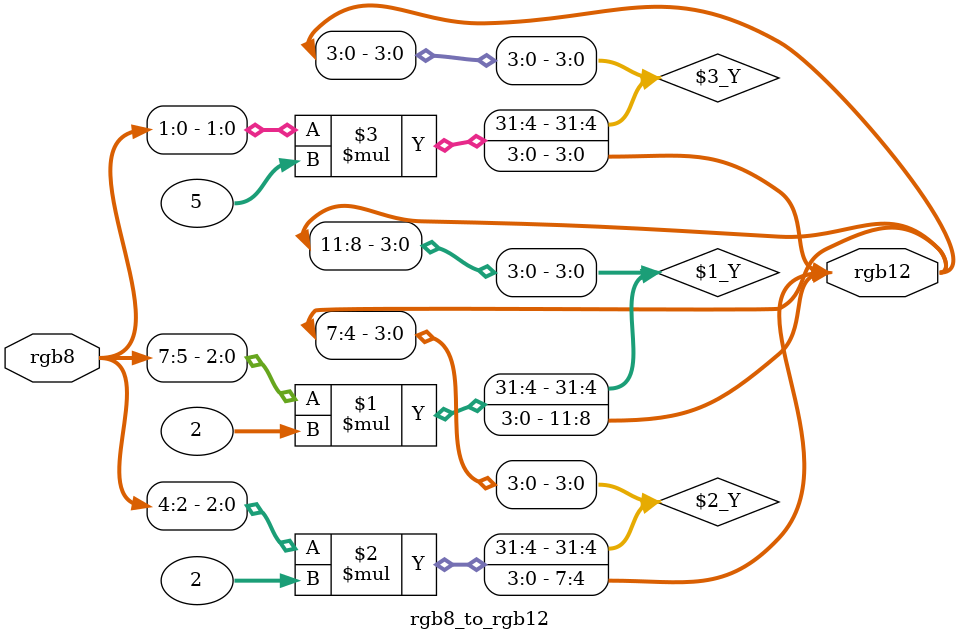
<source format=v>
module rgb8_to_rgb12(rgb8,rgb12);
input [7:0] rgb8; //3r,3g,2b
output [11:0] rgb12;

assign rgb12[11:8] = rgb8[7:5]*(15/7);
assign rgb12[7:4] = rgb8[4:2]*(15/7);
assign rgb12[3:0] = rgb8[1:0]*(15/3);
endmodule

</source>
